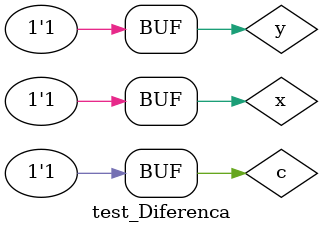
<source format=v>
module Diferenca (output s, input  a, input  b, input c);
	wire not1,not2,and1,and2,xor1;
	
	not NOT1 (not1, a);
	not NOT3 (not2, c);
	xor XOR1 (xor1, a, b);
	and AND1 (and1, not1, c);
	and AND2 (and2, b, not2);
	or  OR1  (s, xor1, and1, and2);
endmodule // Diferenca

module test_Diferenca;
// ------------------------- definir dados
   reg x;
	reg y;
	reg c;
	wire s;
	
 Diferenca diferenca (s, x, y, c);
	
	initial begin: start
		x = 0; 
		y = 0;
		c = 0;
	end
	
// ------------------------- parte principal
   initial begin
      $display("Exemplo0024 - Gabriel Carlos Damasceno Arriel - 451557");
      $display("Test ALU's diferenca");
      $monitor("%b(a) %b(b) %b(c) = %b(s)",x,y,c,s); 
		#1 x = 0; y = 0; c = 1;  
		#1 x = 0; y = 1; c = 0;
		#1 x = 0; y = 1; c = 1;
		#1 x = 1; y = 0; c = 0;
		#1 x = 1; y = 0; c = 1;
		#1 x = 1; y = 1; c = 0;
		#1 x = 1; y = 1; c = 1;
   end
endmodule // test_Diferenca
</source>
